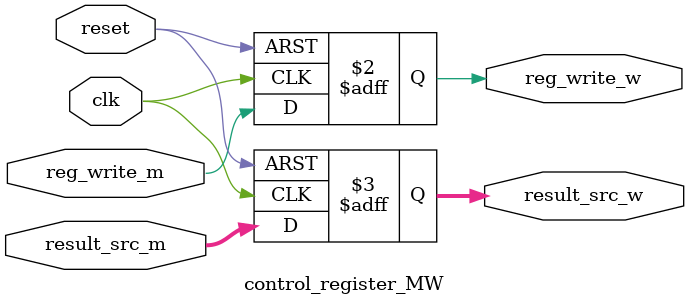
<source format=sv>
`timescale 1ns / 1ps


module control_register_MW (
input logic clk, reset, 
input logic reg_write_m, 
input logic [1:0] result_src_m, 
output logic reg_write_w, 
output logic [1:0] result_src_w
    );

always_ff @(posedge clk, posedge reset) 
begin
    if(reset) 
        begin
            reg_write_w <= 0;
            result_src_w <= 0;           
        end
    else 
        begin
            reg_write_w <= reg_write_m;
            result_src_w <= result_src_m;
        end
end

endmodule

</source>
